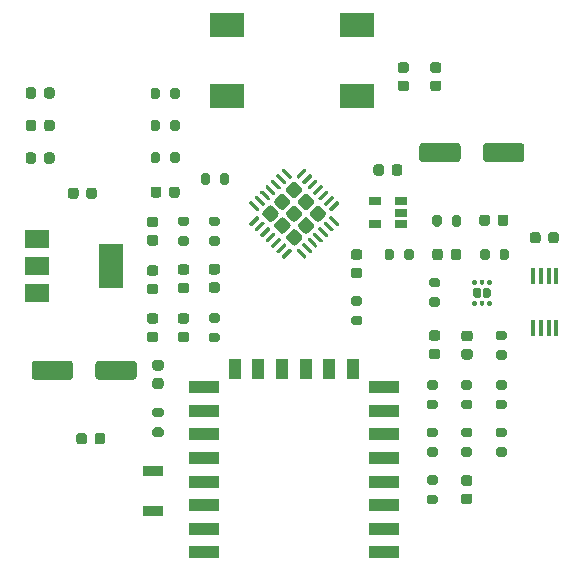
<source format=gbr>
G04 #@! TF.GenerationSoftware,KiCad,Pcbnew,5.1.9*
G04 #@! TF.CreationDate,2021-03-19T09:48:01+01:00*
G04 #@! TF.ProjectId,Y11025HL-WIFI,59313130-3235-4484-9c2d-574946492e6b,rev?*
G04 #@! TF.SameCoordinates,Original*
G04 #@! TF.FileFunction,Paste,Top*
G04 #@! TF.FilePolarity,Positive*
%FSLAX45Y45*%
G04 Gerber Fmt 4.5, Leading zero omitted, Abs format (unit mm)*
G04 Created by KiCad (PCBNEW 5.1.9) date 2021-03-19 09:48:01*
%MOMM*%
%LPD*%
G01*
G04 APERTURE LIST*
%ADD10R,1.060000X0.650000*%
%ADD11R,3.000000X2.000000*%
%ADD12R,1.700000X0.900000*%
%ADD13R,2.500000X1.000000*%
%ADD14R,1.000000X1.800000*%
%ADD15R,0.450000X1.450000*%
%ADD16R,2.000000X3.800000*%
%ADD17R,2.000000X1.500000*%
G04 APERTURE END LIST*
G36*
G01*
X10065433Y-9550456D02*
X10020178Y-9595711D01*
G75*
G02*
X9984823Y-9595711I-17678J17678D01*
G01*
X9939567Y-9550456D01*
G75*
G02*
X9939567Y-9515101I17678J17678D01*
G01*
X9984823Y-9469846D01*
G75*
G02*
X10020178Y-9469846I17678J-17678D01*
G01*
X10065433Y-9515101D01*
G75*
G02*
X10065433Y-9550456I-17678J-17678D01*
G01*
G37*
G36*
G01*
X10165842Y-9450047D02*
X10120587Y-9495302D01*
G75*
G02*
X10085232Y-9495302I-17678J17678D01*
G01*
X10039977Y-9450047D01*
G75*
G02*
X10039977Y-9414692I17678J17678D01*
G01*
X10085232Y-9369437D01*
G75*
G02*
X10120587Y-9369437I17678J-17678D01*
G01*
X10165842Y-9414692D01*
G75*
G02*
X10165842Y-9450047I-17678J-17678D01*
G01*
G37*
G36*
G01*
X10266251Y-9349638D02*
X10220996Y-9394893D01*
G75*
G02*
X10185641Y-9394893I-17678J17678D01*
G01*
X10140386Y-9349638D01*
G75*
G02*
X10140386Y-9314283I17678J17678D01*
G01*
X10185641Y-9269027D01*
G75*
G02*
X10220996Y-9269027I17678J-17678D01*
G01*
X10266251Y-9314283D01*
G75*
G02*
X10266251Y-9349638I-17678J-17678D01*
G01*
G37*
G36*
G01*
X9965023Y-9450047D02*
X9919768Y-9495302D01*
G75*
G02*
X9884413Y-9495302I-17678J17678D01*
G01*
X9839158Y-9450047D01*
G75*
G02*
X9839158Y-9414692I17678J17678D01*
G01*
X9884413Y-9369437D01*
G75*
G02*
X9919768Y-9369437I17678J-17678D01*
G01*
X9965023Y-9414692D01*
G75*
G02*
X9965023Y-9450047I-17678J-17678D01*
G01*
G37*
G36*
G01*
X10065433Y-9349638D02*
X10020178Y-9394893D01*
G75*
G02*
X9984823Y-9394893I-17678J17678D01*
G01*
X9939567Y-9349638D01*
G75*
G02*
X9939567Y-9314283I17678J17678D01*
G01*
X9984823Y-9269027D01*
G75*
G02*
X10020178Y-9269027I17678J-17678D01*
G01*
X10065433Y-9314283D01*
G75*
G02*
X10065433Y-9349638I-17678J-17678D01*
G01*
G37*
G36*
G01*
X10165842Y-9249228D02*
X10120587Y-9294483D01*
G75*
G02*
X10085232Y-9294483I-17678J17678D01*
G01*
X10039977Y-9249228D01*
G75*
G02*
X10039977Y-9213873I17678J17678D01*
G01*
X10085232Y-9168618D01*
G75*
G02*
X10120587Y-9168618I17678J-17678D01*
G01*
X10165842Y-9213873D01*
G75*
G02*
X10165842Y-9249228I-17678J-17678D01*
G01*
G37*
G36*
G01*
X9864614Y-9349638D02*
X9819359Y-9394893D01*
G75*
G02*
X9784004Y-9394893I-17678J17678D01*
G01*
X9738749Y-9349638D01*
G75*
G02*
X9738749Y-9314283I17678J17678D01*
G01*
X9784004Y-9269027D01*
G75*
G02*
X9819359Y-9269027I17678J-17678D01*
G01*
X9864614Y-9314283D01*
G75*
G02*
X9864614Y-9349638I-17678J-17678D01*
G01*
G37*
G36*
G01*
X9965023Y-9249228D02*
X9919768Y-9294483D01*
G75*
G02*
X9884413Y-9294483I-17678J17678D01*
G01*
X9839158Y-9249228D01*
G75*
G02*
X9839158Y-9213873I17678J17678D01*
G01*
X9884413Y-9168618D01*
G75*
G02*
X9919768Y-9168618I17678J-17678D01*
G01*
X9965023Y-9213873D01*
G75*
G02*
X9965023Y-9249228I-17678J-17678D01*
G01*
G37*
G36*
G01*
X10065433Y-9148819D02*
X10020178Y-9194074D01*
G75*
G02*
X9984823Y-9194074I-17678J17678D01*
G01*
X9939567Y-9148819D01*
G75*
G02*
X9939567Y-9113464I17678J17678D01*
G01*
X9984823Y-9068209D01*
G75*
G02*
X10020178Y-9068209I17678J-17678D01*
G01*
X10065433Y-9113464D01*
G75*
G02*
X10065433Y-9148819I-17678J-17678D01*
G01*
G37*
G36*
G01*
X10106798Y-9701423D02*
X10096192Y-9712030D01*
G75*
G02*
X10085585Y-9712030I-5303J5303D01*
G01*
X10023713Y-9650158D01*
G75*
G02*
X10023713Y-9639552I5303J5303D01*
G01*
X10034320Y-9628945D01*
G75*
G02*
X10044926Y-9628945I5303J-5303D01*
G01*
X10106798Y-9690817D01*
G75*
G02*
X10106798Y-9701423I-5303J-5303D01*
G01*
G37*
G36*
G01*
X10152760Y-9655461D02*
X10142154Y-9666068D01*
G75*
G02*
X10131547Y-9666068I-5303J5303D01*
G01*
X10069675Y-9604196D01*
G75*
G02*
X10069675Y-9593590I5303J5303D01*
G01*
X10080282Y-9582983D01*
G75*
G02*
X10090888Y-9582983I5303J-5303D01*
G01*
X10152760Y-9644855D01*
G75*
G02*
X10152760Y-9655461I-5303J-5303D01*
G01*
G37*
G36*
G01*
X10198722Y-9609499D02*
X10188116Y-9620106D01*
G75*
G02*
X10177509Y-9620106I-5303J5303D01*
G01*
X10115637Y-9558234D01*
G75*
G02*
X10115637Y-9547628I5303J5303D01*
G01*
X10126244Y-9537021D01*
G75*
G02*
X10136850Y-9537021I5303J-5303D01*
G01*
X10198722Y-9598893D01*
G75*
G02*
X10198722Y-9609499I-5303J-5303D01*
G01*
G37*
G36*
G01*
X10244684Y-9563537D02*
X10234077Y-9574144D01*
G75*
G02*
X10223471Y-9574144I-5303J5303D01*
G01*
X10161599Y-9512272D01*
G75*
G02*
X10161599Y-9501666I5303J5303D01*
G01*
X10172206Y-9491059D01*
G75*
G02*
X10182812Y-9491059I5303J-5303D01*
G01*
X10244684Y-9552931D01*
G75*
G02*
X10244684Y-9563537I-5303J-5303D01*
G01*
G37*
G36*
G01*
X10290646Y-9517576D02*
X10280039Y-9528182D01*
G75*
G02*
X10269433Y-9528182I-5303J5303D01*
G01*
X10207561Y-9466310D01*
G75*
G02*
X10207561Y-9455704I5303J5303D01*
G01*
X10218168Y-9445097D01*
G75*
G02*
X10228774Y-9445097I5303J-5303D01*
G01*
X10290646Y-9506969D01*
G75*
G02*
X10290646Y-9517576I-5303J-5303D01*
G01*
G37*
G36*
G01*
X10336608Y-9471614D02*
X10326001Y-9482220D01*
G75*
G02*
X10315395Y-9482220I-5303J5303D01*
G01*
X10253523Y-9420348D01*
G75*
G02*
X10253523Y-9409742I5303J5303D01*
G01*
X10264130Y-9399135D01*
G75*
G02*
X10274736Y-9399135I5303J-5303D01*
G01*
X10336608Y-9461007D01*
G75*
G02*
X10336608Y-9471614I-5303J-5303D01*
G01*
G37*
G36*
G01*
X10382570Y-9425652D02*
X10371963Y-9436258D01*
G75*
G02*
X10361357Y-9436258I-5303J5303D01*
G01*
X10299485Y-9374386D01*
G75*
G02*
X10299485Y-9363780I5303J5303D01*
G01*
X10310092Y-9353173D01*
G75*
G02*
X10320698Y-9353173I5303J-5303D01*
G01*
X10382570Y-9415045D01*
G75*
G02*
X10382570Y-9425652I-5303J-5303D01*
G01*
G37*
G36*
G01*
X10382570Y-9248875D02*
X10320698Y-9310747D01*
G75*
G02*
X10310092Y-9310747I-5303J5303D01*
G01*
X10299485Y-9300140D01*
G75*
G02*
X10299485Y-9289534I5303J5303D01*
G01*
X10361357Y-9227662D01*
G75*
G02*
X10371963Y-9227662I5303J-5303D01*
G01*
X10382570Y-9238268D01*
G75*
G02*
X10382570Y-9248875I-5303J-5303D01*
G01*
G37*
G36*
G01*
X10336608Y-9202913D02*
X10274736Y-9264785D01*
G75*
G02*
X10264130Y-9264785I-5303J5303D01*
G01*
X10253523Y-9254178D01*
G75*
G02*
X10253523Y-9243572I5303J5303D01*
G01*
X10315395Y-9181700D01*
G75*
G02*
X10326001Y-9181700I5303J-5303D01*
G01*
X10336608Y-9192306D01*
G75*
G02*
X10336608Y-9202913I-5303J-5303D01*
G01*
G37*
G36*
G01*
X10290646Y-9156951D02*
X10228774Y-9218823D01*
G75*
G02*
X10218168Y-9218823I-5303J5303D01*
G01*
X10207561Y-9208216D01*
G75*
G02*
X10207561Y-9197610I5303J5303D01*
G01*
X10269433Y-9135738D01*
G75*
G02*
X10280039Y-9135738I5303J-5303D01*
G01*
X10290646Y-9146345D01*
G75*
G02*
X10290646Y-9156951I-5303J-5303D01*
G01*
G37*
G36*
G01*
X10244684Y-9110989D02*
X10182812Y-9172861D01*
G75*
G02*
X10172206Y-9172861I-5303J5303D01*
G01*
X10161599Y-9162254D01*
G75*
G02*
X10161599Y-9151648I5303J5303D01*
G01*
X10223471Y-9089776D01*
G75*
G02*
X10234077Y-9089776I5303J-5303D01*
G01*
X10244684Y-9100383D01*
G75*
G02*
X10244684Y-9110989I-5303J-5303D01*
G01*
G37*
G36*
G01*
X10198722Y-9065027D02*
X10136850Y-9126899D01*
G75*
G02*
X10126244Y-9126899I-5303J5303D01*
G01*
X10115637Y-9116292D01*
G75*
G02*
X10115637Y-9105686I5303J5303D01*
G01*
X10177509Y-9043814D01*
G75*
G02*
X10188116Y-9043814I5303J-5303D01*
G01*
X10198722Y-9054421D01*
G75*
G02*
X10198722Y-9065027I-5303J-5303D01*
G01*
G37*
G36*
G01*
X10152760Y-9019065D02*
X10090888Y-9080937D01*
G75*
G02*
X10080282Y-9080937I-5303J5303D01*
G01*
X10069675Y-9070331D01*
G75*
G02*
X10069675Y-9059724I5303J5303D01*
G01*
X10131547Y-8997852D01*
G75*
G02*
X10142154Y-8997852I5303J-5303D01*
G01*
X10152760Y-9008459D01*
G75*
G02*
X10152760Y-9019065I-5303J-5303D01*
G01*
G37*
G36*
G01*
X10106798Y-8973103D02*
X10044926Y-9034975D01*
G75*
G02*
X10034320Y-9034975I-5303J5303D01*
G01*
X10023713Y-9024369D01*
G75*
G02*
X10023713Y-9013762I5303J5303D01*
G01*
X10085585Y-8951890D01*
G75*
G02*
X10096192Y-8951890I5303J-5303D01*
G01*
X10106798Y-8962497D01*
G75*
G02*
X10106798Y-8973103I-5303J-5303D01*
G01*
G37*
G36*
G01*
X9981287Y-9024369D02*
X9970680Y-9034975D01*
G75*
G02*
X9960074Y-9034975I-5303J5303D01*
G01*
X9898202Y-8973103D01*
G75*
G02*
X9898202Y-8962497I5303J5303D01*
G01*
X9908808Y-8951890D01*
G75*
G02*
X9919415Y-8951890I5303J-5303D01*
G01*
X9981287Y-9013762D01*
G75*
G02*
X9981287Y-9024369I-5303J-5303D01*
G01*
G37*
G36*
G01*
X9935325Y-9070331D02*
X9924718Y-9080937D01*
G75*
G02*
X9914112Y-9080937I-5303J5303D01*
G01*
X9852240Y-9019065D01*
G75*
G02*
X9852240Y-9008459I5303J5303D01*
G01*
X9862846Y-8997852D01*
G75*
G02*
X9873453Y-8997852I5303J-5303D01*
G01*
X9935325Y-9059724D01*
G75*
G02*
X9935325Y-9070331I-5303J-5303D01*
G01*
G37*
G36*
G01*
X9889363Y-9116292D02*
X9878756Y-9126899D01*
G75*
G02*
X9868150Y-9126899I-5303J5303D01*
G01*
X9806278Y-9065027D01*
G75*
G02*
X9806278Y-9054421I5303J5303D01*
G01*
X9816885Y-9043814D01*
G75*
G02*
X9827491Y-9043814I5303J-5303D01*
G01*
X9889363Y-9105686D01*
G75*
G02*
X9889363Y-9116292I-5303J-5303D01*
G01*
G37*
G36*
G01*
X9843401Y-9162254D02*
X9832794Y-9172861D01*
G75*
G02*
X9822188Y-9172861I-5303J5303D01*
G01*
X9760316Y-9110989D01*
G75*
G02*
X9760316Y-9100383I5303J5303D01*
G01*
X9770923Y-9089776D01*
G75*
G02*
X9781529Y-9089776I5303J-5303D01*
G01*
X9843401Y-9151648D01*
G75*
G02*
X9843401Y-9162254I-5303J-5303D01*
G01*
G37*
G36*
G01*
X9797439Y-9208216D02*
X9786832Y-9218823D01*
G75*
G02*
X9776226Y-9218823I-5303J5303D01*
G01*
X9714354Y-9156951D01*
G75*
G02*
X9714354Y-9146345I5303J5303D01*
G01*
X9724961Y-9135738D01*
G75*
G02*
X9735567Y-9135738I5303J-5303D01*
G01*
X9797439Y-9197610D01*
G75*
G02*
X9797439Y-9208216I-5303J-5303D01*
G01*
G37*
G36*
G01*
X9751477Y-9254178D02*
X9740871Y-9264785D01*
G75*
G02*
X9730264Y-9264785I-5303J5303D01*
G01*
X9668392Y-9202913D01*
G75*
G02*
X9668392Y-9192306I5303J5303D01*
G01*
X9678999Y-9181700D01*
G75*
G02*
X9689605Y-9181700I5303J-5303D01*
G01*
X9751477Y-9243572D01*
G75*
G02*
X9751477Y-9254178I-5303J-5303D01*
G01*
G37*
G36*
G01*
X9705515Y-9300140D02*
X9694909Y-9310747D01*
G75*
G02*
X9684302Y-9310747I-5303J5303D01*
G01*
X9622430Y-9248875D01*
G75*
G02*
X9622430Y-9238268I5303J5303D01*
G01*
X9633037Y-9227662D01*
G75*
G02*
X9643643Y-9227662I5303J-5303D01*
G01*
X9705515Y-9289534D01*
G75*
G02*
X9705515Y-9300140I-5303J-5303D01*
G01*
G37*
G36*
G01*
X9705515Y-9374386D02*
X9643643Y-9436258D01*
G75*
G02*
X9633037Y-9436258I-5303J5303D01*
G01*
X9622430Y-9425652D01*
G75*
G02*
X9622430Y-9415045I5303J5303D01*
G01*
X9684302Y-9353173D01*
G75*
G02*
X9694909Y-9353173I5303J-5303D01*
G01*
X9705515Y-9363780D01*
G75*
G02*
X9705515Y-9374386I-5303J-5303D01*
G01*
G37*
G36*
G01*
X9751477Y-9420348D02*
X9689605Y-9482220D01*
G75*
G02*
X9678999Y-9482220I-5303J5303D01*
G01*
X9668392Y-9471614D01*
G75*
G02*
X9668392Y-9461007I5303J5303D01*
G01*
X9730264Y-9399135D01*
G75*
G02*
X9740871Y-9399135I5303J-5303D01*
G01*
X9751477Y-9409742D01*
G75*
G02*
X9751477Y-9420348I-5303J-5303D01*
G01*
G37*
G36*
G01*
X9797439Y-9466310D02*
X9735567Y-9528182D01*
G75*
G02*
X9724961Y-9528182I-5303J5303D01*
G01*
X9714354Y-9517576D01*
G75*
G02*
X9714354Y-9506969I5303J5303D01*
G01*
X9776226Y-9445097D01*
G75*
G02*
X9786832Y-9445097I5303J-5303D01*
G01*
X9797439Y-9455704D01*
G75*
G02*
X9797439Y-9466310I-5303J-5303D01*
G01*
G37*
G36*
G01*
X9843401Y-9512272D02*
X9781529Y-9574144D01*
G75*
G02*
X9770923Y-9574144I-5303J5303D01*
G01*
X9760316Y-9563537D01*
G75*
G02*
X9760316Y-9552931I5303J5303D01*
G01*
X9822188Y-9491059D01*
G75*
G02*
X9832794Y-9491059I5303J-5303D01*
G01*
X9843401Y-9501666D01*
G75*
G02*
X9843401Y-9512272I-5303J-5303D01*
G01*
G37*
G36*
G01*
X9889363Y-9558234D02*
X9827491Y-9620106D01*
G75*
G02*
X9816885Y-9620106I-5303J5303D01*
G01*
X9806278Y-9609499D01*
G75*
G02*
X9806278Y-9598893I5303J5303D01*
G01*
X9868150Y-9537021D01*
G75*
G02*
X9878756Y-9537021I5303J-5303D01*
G01*
X9889363Y-9547628D01*
G75*
G02*
X9889363Y-9558234I-5303J-5303D01*
G01*
G37*
G36*
G01*
X9935325Y-9604196D02*
X9873453Y-9666068D01*
G75*
G02*
X9862846Y-9666068I-5303J5303D01*
G01*
X9852240Y-9655461D01*
G75*
G02*
X9852240Y-9644855I5303J5303D01*
G01*
X9914112Y-9582983D01*
G75*
G02*
X9924718Y-9582983I5303J-5303D01*
G01*
X9935325Y-9593590D01*
G75*
G02*
X9935325Y-9604196I-5303J-5303D01*
G01*
G37*
G36*
G01*
X9981287Y-9650158D02*
X9919415Y-9712030D01*
G75*
G02*
X9908808Y-9712030I-5303J5303D01*
G01*
X9898202Y-9701423D01*
G75*
G02*
X9898202Y-9690817I5303J5303D01*
G01*
X9960074Y-9628945D01*
G75*
G02*
X9970680Y-9628945I5303J-5303D01*
G01*
X9981287Y-9639552D01*
G75*
G02*
X9981287Y-9650158I-5303J-5303D01*
G01*
G37*
G36*
G01*
X8829265Y-10261600D02*
X8778015Y-10261600D01*
G75*
G02*
X8756140Y-10239725I0J21875D01*
G01*
X8756140Y-10195975D01*
G75*
G02*
X8778015Y-10174100I21875J0D01*
G01*
X8829265Y-10174100D01*
G75*
G02*
X8851140Y-10195975I0J-21875D01*
G01*
X8851140Y-10239725D01*
G75*
G02*
X8829265Y-10261600I-21875J0D01*
G01*
G37*
G36*
G01*
X8829265Y-10419100D02*
X8778015Y-10419100D01*
G75*
G02*
X8756140Y-10397225I0J21875D01*
G01*
X8756140Y-10353475D01*
G75*
G02*
X8778015Y-10331600I21875J0D01*
G01*
X8829265Y-10331600D01*
G75*
G02*
X8851140Y-10353475I0J-21875D01*
G01*
X8851140Y-10397225D01*
G75*
G02*
X8829265Y-10419100I-21875J0D01*
G01*
G37*
G36*
G01*
X9039635Y-10174100D02*
X9090885Y-10174100D01*
G75*
G02*
X9112760Y-10195975I0J-21875D01*
G01*
X9112760Y-10239725D01*
G75*
G02*
X9090885Y-10261600I-21875J0D01*
G01*
X9039635Y-10261600D01*
G75*
G02*
X9017760Y-10239725I0J21875D01*
G01*
X9017760Y-10195975D01*
G75*
G02*
X9039635Y-10174100I21875J0D01*
G01*
G37*
G36*
G01*
X9039635Y-10331600D02*
X9090885Y-10331600D01*
G75*
G02*
X9112760Y-10353475I0J-21875D01*
G01*
X9112760Y-10397225D01*
G75*
G02*
X9090885Y-10419100I-21875J0D01*
G01*
X9039635Y-10419100D01*
G75*
G02*
X9017760Y-10397225I0J21875D01*
G01*
X9017760Y-10353475D01*
G75*
G02*
X9039635Y-10331600I21875J0D01*
G01*
G37*
D10*
X10906800Y-9416800D03*
X10906800Y-9321800D03*
X10906800Y-9226800D03*
X10686800Y-9226800D03*
X10686800Y-9416800D03*
G36*
G01*
X10902100Y-8049920D02*
X10952100Y-8049920D01*
G75*
G02*
X10974600Y-8072420I0J-22500D01*
G01*
X10974600Y-8117420D01*
G75*
G02*
X10952100Y-8139920I-22500J0D01*
G01*
X10902100Y-8139920D01*
G75*
G02*
X10879600Y-8117420I0J22500D01*
G01*
X10879600Y-8072420D01*
G75*
G02*
X10902100Y-8049920I22500J0D01*
G01*
G37*
G36*
G01*
X10902100Y-8204920D02*
X10952100Y-8204920D01*
G75*
G02*
X10974600Y-8227420I0J-22500D01*
G01*
X10974600Y-8272420D01*
G75*
G02*
X10952100Y-8294920I-22500J0D01*
G01*
X10902100Y-8294920D01*
G75*
G02*
X10879600Y-8272420I0J22500D01*
G01*
X10879600Y-8227420D01*
G75*
G02*
X10902100Y-8204920I22500J0D01*
G01*
G37*
G36*
G01*
X11488000Y-11791300D02*
X11438000Y-11791300D01*
G75*
G02*
X11415500Y-11768800I0J22500D01*
G01*
X11415500Y-11723800D01*
G75*
G02*
X11438000Y-11701300I22500J0D01*
G01*
X11488000Y-11701300D01*
G75*
G02*
X11510500Y-11723800I0J-22500D01*
G01*
X11510500Y-11768800D01*
G75*
G02*
X11488000Y-11791300I-22500J0D01*
G01*
G37*
G36*
G01*
X11488000Y-11636300D02*
X11438000Y-11636300D01*
G75*
G02*
X11415500Y-11613800I0J22500D01*
G01*
X11415500Y-11568800D01*
G75*
G02*
X11438000Y-11546300I22500J0D01*
G01*
X11488000Y-11546300D01*
G75*
G02*
X11510500Y-11568800I0J-22500D01*
G01*
X11510500Y-11613800D01*
G75*
G02*
X11488000Y-11636300I-22500J0D01*
G01*
G37*
G36*
G01*
X11176400Y-8204920D02*
X11226400Y-8204920D01*
G75*
G02*
X11248900Y-8227420I0J-22500D01*
G01*
X11248900Y-8272420D01*
G75*
G02*
X11226400Y-8294920I-22500J0D01*
G01*
X11176400Y-8294920D01*
G75*
G02*
X11153900Y-8272420I0J22500D01*
G01*
X11153900Y-8227420D01*
G75*
G02*
X11176400Y-8204920I22500J0D01*
G01*
G37*
G36*
G01*
X11176400Y-8049920D02*
X11226400Y-8049920D01*
G75*
G02*
X11248900Y-8072420I0J-22500D01*
G01*
X11248900Y-8117420D01*
G75*
G02*
X11226400Y-8139920I-22500J0D01*
G01*
X11176400Y-8139920D01*
G75*
G02*
X11153900Y-8117420I0J22500D01*
G01*
X11153900Y-8072420D01*
G75*
G02*
X11176400Y-8049920I22500J0D01*
G01*
G37*
G36*
G01*
X11440600Y-10322000D02*
X11490600Y-10322000D01*
G75*
G02*
X11513100Y-10344500I0J-22500D01*
G01*
X11513100Y-10389500D01*
G75*
G02*
X11490600Y-10412000I-22500J0D01*
G01*
X11440600Y-10412000D01*
G75*
G02*
X11418100Y-10389500I0J22500D01*
G01*
X11418100Y-10344500D01*
G75*
G02*
X11440600Y-10322000I22500J0D01*
G01*
G37*
G36*
G01*
X11440600Y-10477000D02*
X11490600Y-10477000D01*
G75*
G02*
X11513100Y-10499500I0J-22500D01*
G01*
X11513100Y-10544500D01*
G75*
G02*
X11490600Y-10567000I-22500J0D01*
G01*
X11440600Y-10567000D01*
G75*
G02*
X11418100Y-10544500I0J22500D01*
G01*
X11418100Y-10499500D01*
G75*
G02*
X11440600Y-10477000I22500J0D01*
G01*
G37*
G36*
G01*
X11660400Y-9362840D02*
X11660400Y-9412840D01*
G75*
G02*
X11637900Y-9435340I-22500J0D01*
G01*
X11592900Y-9435340D01*
G75*
G02*
X11570400Y-9412840I0J22500D01*
G01*
X11570400Y-9362840D01*
G75*
G02*
X11592900Y-9340340I22500J0D01*
G01*
X11637900Y-9340340D01*
G75*
G02*
X11660400Y-9362840I0J-22500D01*
G01*
G37*
G36*
G01*
X11815400Y-9362840D02*
X11815400Y-9412840D01*
G75*
G02*
X11792900Y-9435340I-22500J0D01*
G01*
X11747900Y-9435340D01*
G75*
G02*
X11725400Y-9412840I0J22500D01*
G01*
X11725400Y-9362840D01*
G75*
G02*
X11747900Y-9340340I22500J0D01*
G01*
X11792900Y-9340340D01*
G75*
G02*
X11815400Y-9362840I0J-22500D01*
G01*
G37*
G36*
G01*
X8824360Y-10725000D02*
X8874360Y-10725000D01*
G75*
G02*
X8896860Y-10747500I0J-22500D01*
G01*
X8896860Y-10792500D01*
G75*
G02*
X8874360Y-10815000I-22500J0D01*
G01*
X8824360Y-10815000D01*
G75*
G02*
X8801860Y-10792500I0J22500D01*
G01*
X8801860Y-10747500D01*
G75*
G02*
X8824360Y-10725000I22500J0D01*
G01*
G37*
G36*
G01*
X8824360Y-10570000D02*
X8874360Y-10570000D01*
G75*
G02*
X8896860Y-10592500I0J-22500D01*
G01*
X8896860Y-10637500D01*
G75*
G02*
X8874360Y-10660000I-22500J0D01*
G01*
X8824360Y-10660000D01*
G75*
G02*
X8801860Y-10637500I0J22500D01*
G01*
X8801860Y-10592500D01*
G75*
G02*
X8824360Y-10570000I22500J0D01*
G01*
G37*
G36*
G01*
X12243400Y-9510160D02*
X12243400Y-9560160D01*
G75*
G02*
X12220900Y-9582660I-22500J0D01*
G01*
X12175900Y-9582660D01*
G75*
G02*
X12153400Y-9560160I0J22500D01*
G01*
X12153400Y-9510160D01*
G75*
G02*
X12175900Y-9487660I22500J0D01*
G01*
X12220900Y-9487660D01*
G75*
G02*
X12243400Y-9510160I0J-22500D01*
G01*
G37*
G36*
G01*
X12088400Y-9510160D02*
X12088400Y-9560160D01*
G75*
G02*
X12065900Y-9582660I-22500J0D01*
G01*
X12020900Y-9582660D01*
G75*
G02*
X11998400Y-9560160I0J22500D01*
G01*
X11998400Y-9510160D01*
G75*
G02*
X12020900Y-9487660I22500J0D01*
G01*
X12065900Y-9487660D01*
G75*
G02*
X12088400Y-9510160I0J-22500D01*
G01*
G37*
G36*
G01*
X8312900Y-11262000D02*
X8312900Y-11212000D01*
G75*
G02*
X8335400Y-11189500I22500J0D01*
G01*
X8380400Y-11189500D01*
G75*
G02*
X8402900Y-11212000I0J-22500D01*
G01*
X8402900Y-11262000D01*
G75*
G02*
X8380400Y-11284500I-22500J0D01*
G01*
X8335400Y-11284500D01*
G75*
G02*
X8312900Y-11262000I0J22500D01*
G01*
G37*
G36*
G01*
X8157900Y-11262000D02*
X8157900Y-11212000D01*
G75*
G02*
X8180400Y-11189500I22500J0D01*
G01*
X8225400Y-11189500D01*
G75*
G02*
X8247900Y-11212000I0J-22500D01*
G01*
X8247900Y-11262000D01*
G75*
G02*
X8225400Y-11284500I-22500J0D01*
G01*
X8180400Y-11284500D01*
G75*
G02*
X8157900Y-11262000I0J22500D01*
G01*
G37*
G36*
G01*
X11412000Y-8758800D02*
X11412000Y-8868800D01*
G75*
G02*
X11387000Y-8893800I-25000J0D01*
G01*
X11087000Y-8893800D01*
G75*
G02*
X11062000Y-8868800I0J25000D01*
G01*
X11062000Y-8758800D01*
G75*
G02*
X11087000Y-8733800I25000J0D01*
G01*
X11387000Y-8733800D01*
G75*
G02*
X11412000Y-8758800I0J-25000D01*
G01*
G37*
G36*
G01*
X11952000Y-8758800D02*
X11952000Y-8868800D01*
G75*
G02*
X11927000Y-8893800I-25000J0D01*
G01*
X11627000Y-8893800D01*
G75*
G02*
X11602000Y-8868800I0J25000D01*
G01*
X11602000Y-8758800D01*
G75*
G02*
X11627000Y-8733800I25000J0D01*
G01*
X11927000Y-8733800D01*
G75*
G02*
X11952000Y-8758800I0J-25000D01*
G01*
G37*
G36*
G01*
X8331780Y-9134240D02*
X8331780Y-9184240D01*
G75*
G02*
X8309280Y-9206740I-22500J0D01*
G01*
X8264280Y-9206740D01*
G75*
G02*
X8241780Y-9184240I0J22500D01*
G01*
X8241780Y-9134240D01*
G75*
G02*
X8264280Y-9111740I22500J0D01*
G01*
X8309280Y-9111740D01*
G75*
G02*
X8331780Y-9134240I0J-22500D01*
G01*
G37*
G36*
G01*
X8176780Y-9134240D02*
X8176780Y-9184240D01*
G75*
G02*
X8154280Y-9206740I-22500J0D01*
G01*
X8109280Y-9206740D01*
G75*
G02*
X8086780Y-9184240I0J22500D01*
G01*
X8086780Y-9134240D01*
G75*
G02*
X8109280Y-9111740I22500J0D01*
G01*
X8154280Y-9111740D01*
G75*
G02*
X8176780Y-9134240I0J-22500D01*
G01*
G37*
G36*
G01*
X7779520Y-10712800D02*
X7779520Y-10602800D01*
G75*
G02*
X7804520Y-10577800I25000J0D01*
G01*
X8104520Y-10577800D01*
G75*
G02*
X8129520Y-10602800I0J-25000D01*
G01*
X8129520Y-10712800D01*
G75*
G02*
X8104520Y-10737800I-25000J0D01*
G01*
X7804520Y-10737800D01*
G75*
G02*
X7779520Y-10712800I0J25000D01*
G01*
G37*
G36*
G01*
X8319520Y-10712800D02*
X8319520Y-10602800D01*
G75*
G02*
X8344520Y-10577800I25000J0D01*
G01*
X8644520Y-10577800D01*
G75*
G02*
X8669520Y-10602800I0J-25000D01*
G01*
X8669520Y-10712800D01*
G75*
G02*
X8644520Y-10737800I-25000J0D01*
G01*
X8344520Y-10737800D01*
G75*
G02*
X8319520Y-10712800I0J25000D01*
G01*
G37*
G36*
G01*
X7886130Y-8886225D02*
X7886130Y-8834975D01*
G75*
G02*
X7908005Y-8813100I21875J0D01*
G01*
X7951755Y-8813100D01*
G75*
G02*
X7973630Y-8834975I0J-21875D01*
G01*
X7973630Y-8886225D01*
G75*
G02*
X7951755Y-8908100I-21875J0D01*
G01*
X7908005Y-8908100D01*
G75*
G02*
X7886130Y-8886225I0J21875D01*
G01*
G37*
G36*
G01*
X7728630Y-8886225D02*
X7728630Y-8834975D01*
G75*
G02*
X7750505Y-8813100I21875J0D01*
G01*
X7794255Y-8813100D01*
G75*
G02*
X7816130Y-8834975I0J-21875D01*
G01*
X7816130Y-8886225D01*
G75*
G02*
X7794255Y-8908100I-21875J0D01*
G01*
X7750505Y-8908100D01*
G75*
G02*
X7728630Y-8886225I0J21875D01*
G01*
G37*
G36*
G01*
X7728630Y-8610825D02*
X7728630Y-8559575D01*
G75*
G02*
X7750505Y-8537700I21875J0D01*
G01*
X7794255Y-8537700D01*
G75*
G02*
X7816130Y-8559575I0J-21875D01*
G01*
X7816130Y-8610825D01*
G75*
G02*
X7794255Y-8632700I-21875J0D01*
G01*
X7750505Y-8632700D01*
G75*
G02*
X7728630Y-8610825I0J21875D01*
G01*
G37*
G36*
G01*
X7886130Y-8610825D02*
X7886130Y-8559575D01*
G75*
G02*
X7908005Y-8537700I21875J0D01*
G01*
X7951755Y-8537700D01*
G75*
G02*
X7973630Y-8559575I0J-21875D01*
G01*
X7973630Y-8610825D01*
G75*
G02*
X7951755Y-8632700I-21875J0D01*
G01*
X7908005Y-8632700D01*
G75*
G02*
X7886130Y-8610825I0J21875D01*
G01*
G37*
D11*
X10532200Y-7736560D03*
X10532200Y-8336560D03*
X9432200Y-8336560D03*
X9432200Y-7736560D03*
G36*
G01*
X11727600Y-10742400D02*
X11782600Y-10742400D01*
G75*
G02*
X11802600Y-10762400I0J-20000D01*
G01*
X11802600Y-10802400D01*
G75*
G02*
X11782600Y-10822400I-20000J0D01*
G01*
X11727600Y-10822400D01*
G75*
G02*
X11707600Y-10802400I0J20000D01*
G01*
X11707600Y-10762400D01*
G75*
G02*
X11727600Y-10742400I20000J0D01*
G01*
G37*
G36*
G01*
X11727600Y-10907400D02*
X11782600Y-10907400D01*
G75*
G02*
X11802600Y-10927400I0J-20000D01*
G01*
X11802600Y-10967400D01*
G75*
G02*
X11782600Y-10987400I-20000J0D01*
G01*
X11727600Y-10987400D01*
G75*
G02*
X11707600Y-10967400I0J20000D01*
G01*
X11707600Y-10927400D01*
G75*
G02*
X11727600Y-10907400I20000J0D01*
G01*
G37*
G36*
G01*
X11198400Y-11791300D02*
X11143400Y-11791300D01*
G75*
G02*
X11123400Y-11771300I0J20000D01*
G01*
X11123400Y-11731300D01*
G75*
G02*
X11143400Y-11711300I20000J0D01*
G01*
X11198400Y-11711300D01*
G75*
G02*
X11218400Y-11731300I0J-20000D01*
G01*
X11218400Y-11771300D01*
G75*
G02*
X11198400Y-11791300I-20000J0D01*
G01*
G37*
G36*
G01*
X11198400Y-11626300D02*
X11143400Y-11626300D01*
G75*
G02*
X11123400Y-11606300I0J20000D01*
G01*
X11123400Y-11566300D01*
G75*
G02*
X11143400Y-11546300I20000J0D01*
G01*
X11198400Y-11546300D01*
G75*
G02*
X11218400Y-11566300I0J-20000D01*
G01*
X11218400Y-11606300D01*
G75*
G02*
X11198400Y-11626300I-20000J0D01*
G01*
G37*
G36*
G01*
X11782600Y-11224900D02*
X11727600Y-11224900D01*
G75*
G02*
X11707600Y-11204900I0J20000D01*
G01*
X11707600Y-11164900D01*
G75*
G02*
X11727600Y-11144900I20000J0D01*
G01*
X11782600Y-11144900D01*
G75*
G02*
X11802600Y-11164900I0J-20000D01*
G01*
X11802600Y-11204900D01*
G75*
G02*
X11782600Y-11224900I-20000J0D01*
G01*
G37*
G36*
G01*
X11782600Y-11389900D02*
X11727600Y-11389900D01*
G75*
G02*
X11707600Y-11369900I0J20000D01*
G01*
X11707600Y-11329900D01*
G75*
G02*
X11727600Y-11309900I20000J0D01*
G01*
X11782600Y-11309900D01*
G75*
G02*
X11802600Y-11329900I0J-20000D01*
G01*
X11802600Y-11369900D01*
G75*
G02*
X11782600Y-11389900I-20000J0D01*
G01*
G37*
G36*
G01*
X11782600Y-10567000D02*
X11727600Y-10567000D01*
G75*
G02*
X11707600Y-10547000I0J20000D01*
G01*
X11707600Y-10507000D01*
G75*
G02*
X11727600Y-10487000I20000J0D01*
G01*
X11782600Y-10487000D01*
G75*
G02*
X11802600Y-10507000I0J-20000D01*
G01*
X11802600Y-10547000D01*
G75*
G02*
X11782600Y-10567000I-20000J0D01*
G01*
G37*
G36*
G01*
X11782600Y-10402000D02*
X11727600Y-10402000D01*
G75*
G02*
X11707600Y-10382000I0J20000D01*
G01*
X11707600Y-10342000D01*
G75*
G02*
X11727600Y-10322000I20000J0D01*
G01*
X11782600Y-10322000D01*
G75*
G02*
X11802600Y-10342000I0J-20000D01*
G01*
X11802600Y-10382000D01*
G75*
G02*
X11782600Y-10402000I-20000J0D01*
G01*
G37*
G36*
G01*
X8821860Y-11141100D02*
X8876860Y-11141100D01*
G75*
G02*
X8896860Y-11161100I0J-20000D01*
G01*
X8896860Y-11201100D01*
G75*
G02*
X8876860Y-11221100I-20000J0D01*
G01*
X8821860Y-11221100D01*
G75*
G02*
X8801860Y-11201100I0J20000D01*
G01*
X8801860Y-11161100D01*
G75*
G02*
X8821860Y-11141100I20000J0D01*
G01*
G37*
G36*
G01*
X8821860Y-10976100D02*
X8876860Y-10976100D01*
G75*
G02*
X8896860Y-10996100I0J-20000D01*
G01*
X8896860Y-11036100D01*
G75*
G02*
X8876860Y-11056100I-20000J0D01*
G01*
X8821860Y-11056100D01*
G75*
G02*
X8801860Y-11036100I0J20000D01*
G01*
X8801860Y-10996100D01*
G75*
G02*
X8821860Y-10976100I20000J0D01*
G01*
G37*
G36*
G01*
X11576700Y-9704900D02*
X11576700Y-9649900D01*
G75*
G02*
X11596700Y-9629900I20000J0D01*
G01*
X11636700Y-9629900D01*
G75*
G02*
X11656700Y-9649900I0J-20000D01*
G01*
X11656700Y-9704900D01*
G75*
G02*
X11636700Y-9724900I-20000J0D01*
G01*
X11596700Y-9724900D01*
G75*
G02*
X11576700Y-9704900I0J20000D01*
G01*
G37*
G36*
G01*
X11741700Y-9704900D02*
X11741700Y-9649900D01*
G75*
G02*
X11761700Y-9629900I20000J0D01*
G01*
X11801700Y-9629900D01*
G75*
G02*
X11821700Y-9649900I0J-20000D01*
G01*
X11821700Y-9704900D01*
G75*
G02*
X11801700Y-9724900I-20000J0D01*
G01*
X11761700Y-9724900D01*
G75*
G02*
X11741700Y-9704900I0J20000D01*
G01*
G37*
G36*
G01*
X11336600Y-9420420D02*
X11336600Y-9365420D01*
G75*
G02*
X11356600Y-9345420I20000J0D01*
G01*
X11396600Y-9345420D01*
G75*
G02*
X11416600Y-9365420I0J-20000D01*
G01*
X11416600Y-9420420D01*
G75*
G02*
X11396600Y-9440420I-20000J0D01*
G01*
X11356600Y-9440420D01*
G75*
G02*
X11336600Y-9420420I0J20000D01*
G01*
G37*
G36*
G01*
X11171600Y-9420420D02*
X11171600Y-9365420D01*
G75*
G02*
X11191600Y-9345420I20000J0D01*
G01*
X11231600Y-9345420D01*
G75*
G02*
X11251600Y-9365420I0J-20000D01*
G01*
X11251600Y-9420420D01*
G75*
G02*
X11231600Y-9440420I-20000J0D01*
G01*
X11191600Y-9440420D01*
G75*
G02*
X11171600Y-9420420I0J20000D01*
G01*
G37*
G36*
G01*
X11198400Y-10822400D02*
X11143400Y-10822400D01*
G75*
G02*
X11123400Y-10802400I0J20000D01*
G01*
X11123400Y-10762400D01*
G75*
G02*
X11143400Y-10742400I20000J0D01*
G01*
X11198400Y-10742400D01*
G75*
G02*
X11218400Y-10762400I0J-20000D01*
G01*
X11218400Y-10802400D01*
G75*
G02*
X11198400Y-10822400I-20000J0D01*
G01*
G37*
G36*
G01*
X11198400Y-10987400D02*
X11143400Y-10987400D01*
G75*
G02*
X11123400Y-10967400I0J20000D01*
G01*
X11123400Y-10927400D01*
G75*
G02*
X11143400Y-10907400I20000J0D01*
G01*
X11198400Y-10907400D01*
G75*
G02*
X11218400Y-10927400I0J-20000D01*
G01*
X11218400Y-10967400D01*
G75*
G02*
X11198400Y-10987400I-20000J0D01*
G01*
G37*
G36*
G01*
X11143400Y-11144300D02*
X11198400Y-11144300D01*
G75*
G02*
X11218400Y-11164300I0J-20000D01*
G01*
X11218400Y-11204300D01*
G75*
G02*
X11198400Y-11224300I-20000J0D01*
G01*
X11143400Y-11224300D01*
G75*
G02*
X11123400Y-11204300I0J20000D01*
G01*
X11123400Y-11164300D01*
G75*
G02*
X11143400Y-11144300I20000J0D01*
G01*
G37*
G36*
G01*
X11143400Y-11309300D02*
X11198400Y-11309300D01*
G75*
G02*
X11218400Y-11329300I0J-20000D01*
G01*
X11218400Y-11369300D01*
G75*
G02*
X11198400Y-11389300I-20000J0D01*
G01*
X11143400Y-11389300D01*
G75*
G02*
X11123400Y-11369300I0J20000D01*
G01*
X11123400Y-11329300D01*
G75*
G02*
X11143400Y-11309300I20000J0D01*
G01*
G37*
G36*
G01*
X9032820Y-8829100D02*
X9032820Y-8884100D01*
G75*
G02*
X9012820Y-8904100I-20000J0D01*
G01*
X8972820Y-8904100D01*
G75*
G02*
X8952820Y-8884100I0J20000D01*
G01*
X8952820Y-8829100D01*
G75*
G02*
X8972820Y-8809100I20000J0D01*
G01*
X9012820Y-8809100D01*
G75*
G02*
X9032820Y-8829100I0J-20000D01*
G01*
G37*
G36*
G01*
X8867820Y-8829100D02*
X8867820Y-8884100D01*
G75*
G02*
X8847820Y-8904100I-20000J0D01*
G01*
X8807820Y-8904100D01*
G75*
G02*
X8787820Y-8884100I0J20000D01*
G01*
X8787820Y-8829100D01*
G75*
G02*
X8807820Y-8809100I20000J0D01*
G01*
X8847820Y-8809100D01*
G75*
G02*
X8867820Y-8829100I0J-20000D01*
G01*
G37*
G36*
G01*
X8867820Y-8557700D02*
X8867820Y-8612700D01*
G75*
G02*
X8847820Y-8632700I-20000J0D01*
G01*
X8807820Y-8632700D01*
G75*
G02*
X8787820Y-8612700I0J20000D01*
G01*
X8787820Y-8557700D01*
G75*
G02*
X8807820Y-8537700I20000J0D01*
G01*
X8847820Y-8537700D01*
G75*
G02*
X8867820Y-8557700I0J-20000D01*
G01*
G37*
G36*
G01*
X9032820Y-8557700D02*
X9032820Y-8612700D01*
G75*
G02*
X9012820Y-8632700I-20000J0D01*
G01*
X8972820Y-8632700D01*
G75*
G02*
X8952820Y-8612700I0J20000D01*
G01*
X8952820Y-8557700D01*
G75*
G02*
X8972820Y-8537700I20000J0D01*
G01*
X9012820Y-8537700D01*
G75*
G02*
X9032820Y-8557700I0J-20000D01*
G01*
G37*
G36*
G01*
X9374460Y-9064820D02*
X9374460Y-9009820D01*
G75*
G02*
X9394460Y-8989820I20000J0D01*
G01*
X9434460Y-8989820D01*
G75*
G02*
X9454460Y-9009820I0J-20000D01*
G01*
X9454460Y-9064820D01*
G75*
G02*
X9434460Y-9084820I-20000J0D01*
G01*
X9394460Y-9084820D01*
G75*
G02*
X9374460Y-9064820I0J20000D01*
G01*
G37*
G36*
G01*
X9209460Y-9064820D02*
X9209460Y-9009820D01*
G75*
G02*
X9229460Y-8989820I20000J0D01*
G01*
X9269460Y-8989820D01*
G75*
G02*
X9289460Y-9009820I0J-20000D01*
G01*
X9289460Y-9064820D01*
G75*
G02*
X9269460Y-9084820I-20000J0D01*
G01*
X9229460Y-9084820D01*
G75*
G02*
X9209460Y-9064820I0J20000D01*
G01*
G37*
G36*
G01*
X11435500Y-10742400D02*
X11490500Y-10742400D01*
G75*
G02*
X11510500Y-10762400I0J-20000D01*
G01*
X11510500Y-10802400D01*
G75*
G02*
X11490500Y-10822400I-20000J0D01*
G01*
X11435500Y-10822400D01*
G75*
G02*
X11415500Y-10802400I0J20000D01*
G01*
X11415500Y-10762400D01*
G75*
G02*
X11435500Y-10742400I20000J0D01*
G01*
G37*
G36*
G01*
X11435500Y-10907400D02*
X11490500Y-10907400D01*
G75*
G02*
X11510500Y-10927400I0J-20000D01*
G01*
X11510500Y-10967400D01*
G75*
G02*
X11490500Y-10987400I-20000J0D01*
G01*
X11435500Y-10987400D01*
G75*
G02*
X11415500Y-10967400I0J20000D01*
G01*
X11415500Y-10927400D01*
G75*
G02*
X11435500Y-10907400I20000J0D01*
G01*
G37*
G36*
G01*
X11435500Y-11309300D02*
X11490500Y-11309300D01*
G75*
G02*
X11510500Y-11329300I0J-20000D01*
G01*
X11510500Y-11369300D01*
G75*
G02*
X11490500Y-11389300I-20000J0D01*
G01*
X11435500Y-11389300D01*
G75*
G02*
X11415500Y-11369300I0J20000D01*
G01*
X11415500Y-11329300D01*
G75*
G02*
X11435500Y-11309300I20000J0D01*
G01*
G37*
G36*
G01*
X11435500Y-11144300D02*
X11490500Y-11144300D01*
G75*
G02*
X11510500Y-11164300I0J-20000D01*
G01*
X11510500Y-11204300D01*
G75*
G02*
X11490500Y-11224300I-20000J0D01*
G01*
X11435500Y-11224300D01*
G75*
G02*
X11415500Y-11204300I0J20000D01*
G01*
X11415500Y-11164300D01*
G75*
G02*
X11435500Y-11144300I20000J0D01*
G01*
G37*
D12*
X8803640Y-11848900D03*
X8803640Y-11508900D03*
D13*
X10760000Y-12200000D03*
X10760000Y-12000000D03*
X10760000Y-11800000D03*
X10760000Y-11600000D03*
X10760000Y-11400000D03*
X10760000Y-11200000D03*
X10760000Y-11000000D03*
X10760000Y-10800000D03*
D14*
X10500000Y-10650000D03*
X10300000Y-10650000D03*
X10100000Y-10650000D03*
X9900000Y-10650000D03*
X9700000Y-10650000D03*
X9500000Y-10650000D03*
D13*
X9240000Y-10800000D03*
X9240000Y-11000000D03*
X9240000Y-11200000D03*
X9240000Y-11400000D03*
X9240000Y-11600000D03*
X9240000Y-11800000D03*
X9240000Y-12000000D03*
X9240000Y-12200000D03*
D15*
X12223500Y-9858700D03*
X12158500Y-9858700D03*
X12093500Y-9858700D03*
X12028500Y-9858700D03*
X12028500Y-10298700D03*
X12093500Y-10298700D03*
X12158500Y-10298700D03*
X12223500Y-10298700D03*
G36*
G01*
X11646975Y-9895000D02*
X11668225Y-9895000D01*
G75*
G02*
X11677600Y-9904375I0J-9375D01*
G01*
X11677600Y-9923125D01*
G75*
G02*
X11668225Y-9932500I-9375J0D01*
G01*
X11646975Y-9932500D01*
G75*
G02*
X11637600Y-9923125I0J9375D01*
G01*
X11637600Y-9904375D01*
G75*
G02*
X11646975Y-9895000I9375J0D01*
G01*
G37*
G36*
G01*
X11581975Y-9895000D02*
X11603225Y-9895000D01*
G75*
G02*
X11612600Y-9904375I0J-9375D01*
G01*
X11612600Y-9923125D01*
G75*
G02*
X11603225Y-9932500I-9375J0D01*
G01*
X11581975Y-9932500D01*
G75*
G02*
X11572600Y-9923125I0J9375D01*
G01*
X11572600Y-9904375D01*
G75*
G02*
X11581975Y-9895000I9375J0D01*
G01*
G37*
G36*
G01*
X11516975Y-9895000D02*
X11538225Y-9895000D01*
G75*
G02*
X11547600Y-9904375I0J-9375D01*
G01*
X11547600Y-9923125D01*
G75*
G02*
X11538225Y-9932500I-9375J0D01*
G01*
X11516975Y-9932500D01*
G75*
G02*
X11507600Y-9923125I0J9375D01*
G01*
X11507600Y-9904375D01*
G75*
G02*
X11516975Y-9895000I9375J0D01*
G01*
G37*
G36*
G01*
X11516975Y-10072500D02*
X11538225Y-10072500D01*
G75*
G02*
X11547600Y-10081875I0J-9375D01*
G01*
X11547600Y-10100625D01*
G75*
G02*
X11538225Y-10110000I-9375J0D01*
G01*
X11516975Y-10110000D01*
G75*
G02*
X11507600Y-10100625I0J9375D01*
G01*
X11507600Y-10081875D01*
G75*
G02*
X11516975Y-10072500I9375J0D01*
G01*
G37*
G36*
G01*
X11581975Y-10072500D02*
X11603225Y-10072500D01*
G75*
G02*
X11612600Y-10081875I0J-9375D01*
G01*
X11612600Y-10100625D01*
G75*
G02*
X11603225Y-10110000I-9375J0D01*
G01*
X11581975Y-10110000D01*
G75*
G02*
X11572600Y-10100625I0J9375D01*
G01*
X11572600Y-10081875D01*
G75*
G02*
X11581975Y-10072500I9375J0D01*
G01*
G37*
G36*
G01*
X11646975Y-10072500D02*
X11668225Y-10072500D01*
G75*
G02*
X11677600Y-10081875I0J-9375D01*
G01*
X11677600Y-10100625D01*
G75*
G02*
X11668225Y-10110000I-9375J0D01*
G01*
X11646975Y-10110000D01*
G75*
G02*
X11637600Y-10100625I0J9375D01*
G01*
X11637600Y-10081875D01*
G75*
G02*
X11646975Y-10072500I9375J0D01*
G01*
G37*
G36*
G01*
X11615350Y-9959000D02*
X11649850Y-9959000D01*
G75*
G02*
X11667100Y-9976250I0J-17250D01*
G01*
X11667100Y-10028750D01*
G75*
G02*
X11649850Y-10046000I-17250J0D01*
G01*
X11615350Y-10046000D01*
G75*
G02*
X11598100Y-10028750I0J17250D01*
G01*
X11598100Y-9976250D01*
G75*
G02*
X11615350Y-9959000I17250J0D01*
G01*
G37*
G36*
G01*
X11535350Y-9959000D02*
X11569850Y-9959000D01*
G75*
G02*
X11587100Y-9976250I0J-17250D01*
G01*
X11587100Y-10028750D01*
G75*
G02*
X11569850Y-10046000I-17250J0D01*
G01*
X11535350Y-10046000D01*
G75*
G02*
X11518100Y-10028750I0J17250D01*
G01*
X11518100Y-9976250D01*
G75*
G02*
X11535350Y-9959000I17250J0D01*
G01*
G37*
D16*
X8453160Y-9773920D03*
D17*
X7823160Y-9773920D03*
X7823160Y-10003920D03*
X7823160Y-9543920D03*
G36*
G01*
X8828640Y-9446780D02*
X8778640Y-9446780D01*
G75*
G02*
X8756140Y-9424280I0J22500D01*
G01*
X8756140Y-9379280D01*
G75*
G02*
X8778640Y-9356780I22500J0D01*
G01*
X8828640Y-9356780D01*
G75*
G02*
X8851140Y-9379280I0J-22500D01*
G01*
X8851140Y-9424280D01*
G75*
G02*
X8828640Y-9446780I-22500J0D01*
G01*
G37*
G36*
G01*
X8828640Y-9601780D02*
X8778640Y-9601780D01*
G75*
G02*
X8756140Y-9579280I0J22500D01*
G01*
X8756140Y-9534280D01*
G75*
G02*
X8778640Y-9511780I22500J0D01*
G01*
X8828640Y-9511780D01*
G75*
G02*
X8851140Y-9534280I0J-22500D01*
G01*
X8851140Y-9579280D01*
G75*
G02*
X8828640Y-9601780I-22500J0D01*
G01*
G37*
G36*
G01*
X8787820Y-9174080D02*
X8787820Y-9124080D01*
G75*
G02*
X8810320Y-9101580I22500J0D01*
G01*
X8855320Y-9101580D01*
G75*
G02*
X8877820Y-9124080I0J-22500D01*
G01*
X8877820Y-9174080D01*
G75*
G02*
X8855320Y-9196580I-22500J0D01*
G01*
X8810320Y-9196580D01*
G75*
G02*
X8787820Y-9174080I0J22500D01*
G01*
G37*
G36*
G01*
X8942820Y-9174080D02*
X8942820Y-9124080D01*
G75*
G02*
X8965320Y-9101580I22500J0D01*
G01*
X9010320Y-9101580D01*
G75*
G02*
X9032820Y-9124080I0J-22500D01*
G01*
X9032820Y-9174080D01*
G75*
G02*
X9010320Y-9196580I-22500J0D01*
G01*
X8965320Y-9196580D01*
G75*
G02*
X8942820Y-9174080I0J22500D01*
G01*
G37*
G36*
G01*
X9351880Y-10001800D02*
X9301880Y-10001800D01*
G75*
G02*
X9279380Y-9979300I0J22500D01*
G01*
X9279380Y-9934300D01*
G75*
G02*
X9301880Y-9911800I22500J0D01*
G01*
X9351880Y-9911800D01*
G75*
G02*
X9374380Y-9934300I0J-22500D01*
G01*
X9374380Y-9979300D01*
G75*
G02*
X9351880Y-10001800I-22500J0D01*
G01*
G37*
G36*
G01*
X9351880Y-9846800D02*
X9301880Y-9846800D01*
G75*
G02*
X9279380Y-9824300I0J22500D01*
G01*
X9279380Y-9779300D01*
G75*
G02*
X9301880Y-9756800I22500J0D01*
G01*
X9351880Y-9756800D01*
G75*
G02*
X9374380Y-9779300I0J-22500D01*
G01*
X9374380Y-9824300D01*
G75*
G02*
X9351880Y-9846800I-22500J0D01*
G01*
G37*
G36*
G01*
X9090260Y-9849400D02*
X9040260Y-9849400D01*
G75*
G02*
X9017760Y-9826900I0J22500D01*
G01*
X9017760Y-9781900D01*
G75*
G02*
X9040260Y-9759400I22500J0D01*
G01*
X9090260Y-9759400D01*
G75*
G02*
X9112760Y-9781900I0J-22500D01*
G01*
X9112760Y-9826900D01*
G75*
G02*
X9090260Y-9849400I-22500J0D01*
G01*
G37*
G36*
G01*
X9090260Y-10004400D02*
X9040260Y-10004400D01*
G75*
G02*
X9017760Y-9981900I0J22500D01*
G01*
X9017760Y-9936900D01*
G75*
G02*
X9040260Y-9914400I22500J0D01*
G01*
X9090260Y-9914400D01*
G75*
G02*
X9112760Y-9936900I0J-22500D01*
G01*
X9112760Y-9981900D01*
G75*
G02*
X9090260Y-10004400I-22500J0D01*
G01*
G37*
G36*
G01*
X11166200Y-10473200D02*
X11216200Y-10473200D01*
G75*
G02*
X11238700Y-10495700I0J-22500D01*
G01*
X11238700Y-10540700D01*
G75*
G02*
X11216200Y-10563200I-22500J0D01*
G01*
X11166200Y-10563200D01*
G75*
G02*
X11143700Y-10540700I0J22500D01*
G01*
X11143700Y-10495700D01*
G75*
G02*
X11166200Y-10473200I22500J0D01*
G01*
G37*
G36*
G01*
X11166200Y-10318200D02*
X11216200Y-10318200D01*
G75*
G02*
X11238700Y-10340700I0J-22500D01*
G01*
X11238700Y-10385700D01*
G75*
G02*
X11216200Y-10408200I-22500J0D01*
G01*
X11166200Y-10408200D01*
G75*
G02*
X11143700Y-10385700I0J22500D01*
G01*
X11143700Y-10340700D01*
G75*
G02*
X11166200Y-10318200I22500J0D01*
G01*
G37*
G36*
G01*
X8828640Y-10012960D02*
X8778640Y-10012960D01*
G75*
G02*
X8756140Y-9990460I0J22500D01*
G01*
X8756140Y-9945460D01*
G75*
G02*
X8778640Y-9922960I22500J0D01*
G01*
X8828640Y-9922960D01*
G75*
G02*
X8851140Y-9945460I0J-22500D01*
G01*
X8851140Y-9990460D01*
G75*
G02*
X8828640Y-10012960I-22500J0D01*
G01*
G37*
G36*
G01*
X8828640Y-9857960D02*
X8778640Y-9857960D01*
G75*
G02*
X8756140Y-9835460I0J22500D01*
G01*
X8756140Y-9790460D01*
G75*
G02*
X8778640Y-9767960I22500J0D01*
G01*
X8828640Y-9767960D01*
G75*
G02*
X8851140Y-9790460I0J-22500D01*
G01*
X8851140Y-9835460D01*
G75*
G02*
X8828640Y-9857960I-22500J0D01*
G01*
G37*
G36*
G01*
X11416600Y-9652400D02*
X11416600Y-9702400D01*
G75*
G02*
X11394100Y-9724900I-22500J0D01*
G01*
X11349100Y-9724900D01*
G75*
G02*
X11326600Y-9702400I0J22500D01*
G01*
X11326600Y-9652400D01*
G75*
G02*
X11349100Y-9629900I22500J0D01*
G01*
X11394100Y-9629900D01*
G75*
G02*
X11416600Y-9652400I0J-22500D01*
G01*
G37*
G36*
G01*
X11261600Y-9652400D02*
X11261600Y-9702400D01*
G75*
G02*
X11239100Y-9724900I-22500J0D01*
G01*
X11194100Y-9724900D01*
G75*
G02*
X11171600Y-9702400I0J22500D01*
G01*
X11171600Y-9652400D01*
G75*
G02*
X11194100Y-9629900I22500J0D01*
G01*
X11239100Y-9629900D01*
G75*
G02*
X11261600Y-9652400I0J-22500D01*
G01*
G37*
G36*
G01*
X10673800Y-8986120D02*
X10673800Y-8936120D01*
G75*
G02*
X10696300Y-8913620I22500J0D01*
G01*
X10741300Y-8913620D01*
G75*
G02*
X10763800Y-8936120I0J-22500D01*
G01*
X10763800Y-8986120D01*
G75*
G02*
X10741300Y-9008620I-22500J0D01*
G01*
X10696300Y-9008620D01*
G75*
G02*
X10673800Y-8986120I0J22500D01*
G01*
G37*
G36*
G01*
X10828800Y-8986120D02*
X10828800Y-8936120D01*
G75*
G02*
X10851300Y-8913620I22500J0D01*
G01*
X10896300Y-8913620D01*
G75*
G02*
X10918800Y-8936120I0J-22500D01*
G01*
X10918800Y-8986120D01*
G75*
G02*
X10896300Y-9008620I-22500J0D01*
G01*
X10851300Y-9008620D01*
G75*
G02*
X10828800Y-8986120I0J22500D01*
G01*
G37*
G36*
G01*
X10555800Y-9722400D02*
X10505800Y-9722400D01*
G75*
G02*
X10483300Y-9699900I0J22500D01*
G01*
X10483300Y-9654900D01*
G75*
G02*
X10505800Y-9632400I22500J0D01*
G01*
X10555800Y-9632400D01*
G75*
G02*
X10578300Y-9654900I0J-22500D01*
G01*
X10578300Y-9699900D01*
G75*
G02*
X10555800Y-9722400I-22500J0D01*
G01*
G37*
G36*
G01*
X10555800Y-9877400D02*
X10505800Y-9877400D01*
G75*
G02*
X10483300Y-9854900I0J22500D01*
G01*
X10483300Y-9809900D01*
G75*
G02*
X10505800Y-9787400I22500J0D01*
G01*
X10555800Y-9787400D01*
G75*
G02*
X10578300Y-9809900I0J-22500D01*
G01*
X10578300Y-9854900D01*
G75*
G02*
X10555800Y-9877400I-22500J0D01*
G01*
G37*
G36*
G01*
X7728630Y-8335425D02*
X7728630Y-8284175D01*
G75*
G02*
X7750505Y-8262300I21875J0D01*
G01*
X7794255Y-8262300D01*
G75*
G02*
X7816130Y-8284175I0J-21875D01*
G01*
X7816130Y-8335425D01*
G75*
G02*
X7794255Y-8357300I-21875J0D01*
G01*
X7750505Y-8357300D01*
G75*
G02*
X7728630Y-8335425I0J21875D01*
G01*
G37*
G36*
G01*
X7886130Y-8335425D02*
X7886130Y-8284175D01*
G75*
G02*
X7908005Y-8262300I21875J0D01*
G01*
X7951755Y-8262300D01*
G75*
G02*
X7973630Y-8284175I0J-21875D01*
G01*
X7973630Y-8335425D01*
G75*
G02*
X7951755Y-8357300I-21875J0D01*
G01*
X7908005Y-8357300D01*
G75*
G02*
X7886130Y-8335425I0J21875D01*
G01*
G37*
G36*
G01*
X9037760Y-9521780D02*
X9092760Y-9521780D01*
G75*
G02*
X9112760Y-9541780I0J-20000D01*
G01*
X9112760Y-9581780D01*
G75*
G02*
X9092760Y-9601780I-20000J0D01*
G01*
X9037760Y-9601780D01*
G75*
G02*
X9017760Y-9581780I0J20000D01*
G01*
X9017760Y-9541780D01*
G75*
G02*
X9037760Y-9521780I20000J0D01*
G01*
G37*
G36*
G01*
X9037760Y-9356780D02*
X9092760Y-9356780D01*
G75*
G02*
X9112760Y-9376780I0J-20000D01*
G01*
X9112760Y-9416780D01*
G75*
G02*
X9092760Y-9436780I-20000J0D01*
G01*
X9037760Y-9436780D01*
G75*
G02*
X9017760Y-9416780I0J20000D01*
G01*
X9017760Y-9376780D01*
G75*
G02*
X9037760Y-9356780I20000J0D01*
G01*
G37*
G36*
G01*
X11163700Y-9874940D02*
X11218700Y-9874940D01*
G75*
G02*
X11238700Y-9894940I0J-20000D01*
G01*
X11238700Y-9934940D01*
G75*
G02*
X11218700Y-9954940I-20000J0D01*
G01*
X11163700Y-9954940D01*
G75*
G02*
X11143700Y-9934940I0J20000D01*
G01*
X11143700Y-9894940D01*
G75*
G02*
X11163700Y-9874940I20000J0D01*
G01*
G37*
G36*
G01*
X11163700Y-10039940D02*
X11218700Y-10039940D01*
G75*
G02*
X11238700Y-10059940I0J-20000D01*
G01*
X11238700Y-10099940D01*
G75*
G02*
X11218700Y-10119940I-20000J0D01*
G01*
X11163700Y-10119940D01*
G75*
G02*
X11143700Y-10099940I0J20000D01*
G01*
X11143700Y-10059940D01*
G75*
G02*
X11163700Y-10039940I20000J0D01*
G01*
G37*
G36*
G01*
X9354380Y-9436780D02*
X9299380Y-9436780D01*
G75*
G02*
X9279380Y-9416780I0J20000D01*
G01*
X9279380Y-9376780D01*
G75*
G02*
X9299380Y-9356780I20000J0D01*
G01*
X9354380Y-9356780D01*
G75*
G02*
X9374380Y-9376780I0J-20000D01*
G01*
X9374380Y-9416780D01*
G75*
G02*
X9354380Y-9436780I-20000J0D01*
G01*
G37*
G36*
G01*
X9354380Y-9601780D02*
X9299380Y-9601780D01*
G75*
G02*
X9279380Y-9581780I0J20000D01*
G01*
X9279380Y-9541780D01*
G75*
G02*
X9299380Y-9521780I20000J0D01*
G01*
X9354380Y-9521780D01*
G75*
G02*
X9374380Y-9541780I0J-20000D01*
G01*
X9374380Y-9581780D01*
G75*
G02*
X9354380Y-9601780I-20000J0D01*
G01*
G37*
G36*
G01*
X8952820Y-8341300D02*
X8952820Y-8286300D01*
G75*
G02*
X8972820Y-8266300I20000J0D01*
G01*
X9012820Y-8266300D01*
G75*
G02*
X9032820Y-8286300I0J-20000D01*
G01*
X9032820Y-8341300D01*
G75*
G02*
X9012820Y-8361300I-20000J0D01*
G01*
X8972820Y-8361300D01*
G75*
G02*
X8952820Y-8341300I0J20000D01*
G01*
G37*
G36*
G01*
X8787820Y-8341300D02*
X8787820Y-8286300D01*
G75*
G02*
X8807820Y-8266300I20000J0D01*
G01*
X8847820Y-8266300D01*
G75*
G02*
X8867820Y-8286300I0J-20000D01*
G01*
X8867820Y-8341300D01*
G75*
G02*
X8847820Y-8361300I-20000J0D01*
G01*
X8807820Y-8361300D01*
G75*
G02*
X8787820Y-8341300I0J20000D01*
G01*
G37*
G36*
G01*
X9299380Y-10174100D02*
X9354380Y-10174100D01*
G75*
G02*
X9374380Y-10194100I0J-20000D01*
G01*
X9374380Y-10234100D01*
G75*
G02*
X9354380Y-10254100I-20000J0D01*
G01*
X9299380Y-10254100D01*
G75*
G02*
X9279380Y-10234100I0J20000D01*
G01*
X9279380Y-10194100D01*
G75*
G02*
X9299380Y-10174100I20000J0D01*
G01*
G37*
G36*
G01*
X9299380Y-10339100D02*
X9354380Y-10339100D01*
G75*
G02*
X9374380Y-10359100I0J-20000D01*
G01*
X9374380Y-10399100D01*
G75*
G02*
X9354380Y-10419100I-20000J0D01*
G01*
X9299380Y-10419100D01*
G75*
G02*
X9279380Y-10399100I0J20000D01*
G01*
X9279380Y-10359100D01*
G75*
G02*
X9299380Y-10339100I20000J0D01*
G01*
G37*
G36*
G01*
X10503300Y-10031200D02*
X10558300Y-10031200D01*
G75*
G02*
X10578300Y-10051200I0J-20000D01*
G01*
X10578300Y-10091200D01*
G75*
G02*
X10558300Y-10111200I-20000J0D01*
G01*
X10503300Y-10111200D01*
G75*
G02*
X10483300Y-10091200I0J20000D01*
G01*
X10483300Y-10051200D01*
G75*
G02*
X10503300Y-10031200I20000J0D01*
G01*
G37*
G36*
G01*
X10503300Y-10196200D02*
X10558300Y-10196200D01*
G75*
G02*
X10578300Y-10216200I0J-20000D01*
G01*
X10578300Y-10256200D01*
G75*
G02*
X10558300Y-10276200I-20000J0D01*
G01*
X10503300Y-10276200D01*
G75*
G02*
X10483300Y-10256200I0J20000D01*
G01*
X10483300Y-10216200D01*
G75*
G02*
X10503300Y-10196200I20000J0D01*
G01*
G37*
G36*
G01*
X11014000Y-9649900D02*
X11014000Y-9704900D01*
G75*
G02*
X10994000Y-9724900I-20000J0D01*
G01*
X10954000Y-9724900D01*
G75*
G02*
X10934000Y-9704900I0J20000D01*
G01*
X10934000Y-9649900D01*
G75*
G02*
X10954000Y-9629900I20000J0D01*
G01*
X10994000Y-9629900D01*
G75*
G02*
X11014000Y-9649900I0J-20000D01*
G01*
G37*
G36*
G01*
X10849000Y-9649900D02*
X10849000Y-9704900D01*
G75*
G02*
X10829000Y-9724900I-20000J0D01*
G01*
X10789000Y-9724900D01*
G75*
G02*
X10769000Y-9704900I0J20000D01*
G01*
X10769000Y-9649900D01*
G75*
G02*
X10789000Y-9629900I20000J0D01*
G01*
X10829000Y-9629900D01*
G75*
G02*
X10849000Y-9649900I0J-20000D01*
G01*
G37*
M02*

</source>
